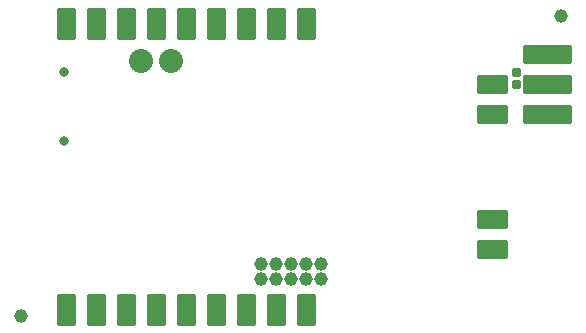
<source format=gbs>
G04 EAGLE Gerber RS-274X export*
G75*
%MOMM*%
%FSLAX34Y34*%
%LPD*%
%INSoldermask Bottom*%
%IPPOS*%
%AMOC8*
5,1,8,0,0,1.08239X$1,22.5*%
G01*
%ADD10C,1.152400*%
%ADD11C,0.264381*%
%ADD12C,2.032000*%
%ADD13C,0.802400*%
%ADD14C,0.255816*%


D10*
X25400Y12700D03*
X482600Y266700D03*
D11*
X70540Y30640D02*
X70540Y6760D01*
X56660Y6760D01*
X56660Y30640D01*
X70540Y30640D01*
X70540Y9272D02*
X56660Y9272D01*
X56660Y11784D02*
X70540Y11784D01*
X70540Y14296D02*
X56660Y14296D01*
X56660Y16808D02*
X70540Y16808D01*
X70540Y19320D02*
X56660Y19320D01*
X56660Y21832D02*
X70540Y21832D01*
X70540Y24344D02*
X56660Y24344D01*
X56660Y26856D02*
X70540Y26856D01*
X70540Y29368D02*
X56660Y29368D01*
X95940Y30640D02*
X95940Y6760D01*
X82060Y6760D01*
X82060Y30640D01*
X95940Y30640D01*
X95940Y9272D02*
X82060Y9272D01*
X82060Y11784D02*
X95940Y11784D01*
X95940Y14296D02*
X82060Y14296D01*
X82060Y16808D02*
X95940Y16808D01*
X95940Y19320D02*
X82060Y19320D01*
X82060Y21832D02*
X95940Y21832D01*
X95940Y24344D02*
X82060Y24344D01*
X82060Y26856D02*
X95940Y26856D01*
X95940Y29368D02*
X82060Y29368D01*
X121340Y30640D02*
X121340Y6760D01*
X107460Y6760D01*
X107460Y30640D01*
X121340Y30640D01*
X121340Y9272D02*
X107460Y9272D01*
X107460Y11784D02*
X121340Y11784D01*
X121340Y14296D02*
X107460Y14296D01*
X107460Y16808D02*
X121340Y16808D01*
X121340Y19320D02*
X107460Y19320D01*
X107460Y21832D02*
X121340Y21832D01*
X121340Y24344D02*
X107460Y24344D01*
X107460Y26856D02*
X121340Y26856D01*
X121340Y29368D02*
X107460Y29368D01*
X146740Y30640D02*
X146740Y6760D01*
X132860Y6760D01*
X132860Y30640D01*
X146740Y30640D01*
X146740Y9272D02*
X132860Y9272D01*
X132860Y11784D02*
X146740Y11784D01*
X146740Y14296D02*
X132860Y14296D01*
X132860Y16808D02*
X146740Y16808D01*
X146740Y19320D02*
X132860Y19320D01*
X132860Y21832D02*
X146740Y21832D01*
X146740Y24344D02*
X132860Y24344D01*
X132860Y26856D02*
X146740Y26856D01*
X146740Y29368D02*
X132860Y29368D01*
X172140Y30640D02*
X172140Y6760D01*
X158260Y6760D01*
X158260Y30640D01*
X172140Y30640D01*
X172140Y9272D02*
X158260Y9272D01*
X158260Y11784D02*
X172140Y11784D01*
X172140Y14296D02*
X158260Y14296D01*
X158260Y16808D02*
X172140Y16808D01*
X172140Y19320D02*
X158260Y19320D01*
X158260Y21832D02*
X172140Y21832D01*
X172140Y24344D02*
X158260Y24344D01*
X158260Y26856D02*
X172140Y26856D01*
X172140Y29368D02*
X158260Y29368D01*
X197540Y30640D02*
X197540Y6760D01*
X183660Y6760D01*
X183660Y30640D01*
X197540Y30640D01*
X197540Y9272D02*
X183660Y9272D01*
X183660Y11784D02*
X197540Y11784D01*
X197540Y14296D02*
X183660Y14296D01*
X183660Y16808D02*
X197540Y16808D01*
X197540Y19320D02*
X183660Y19320D01*
X183660Y21832D02*
X197540Y21832D01*
X197540Y24344D02*
X183660Y24344D01*
X183660Y26856D02*
X197540Y26856D01*
X197540Y29368D02*
X183660Y29368D01*
X222940Y30640D02*
X222940Y6760D01*
X209060Y6760D01*
X209060Y30640D01*
X222940Y30640D01*
X222940Y9272D02*
X209060Y9272D01*
X209060Y11784D02*
X222940Y11784D01*
X222940Y14296D02*
X209060Y14296D01*
X209060Y16808D02*
X222940Y16808D01*
X222940Y19320D02*
X209060Y19320D01*
X209060Y21832D02*
X222940Y21832D01*
X222940Y24344D02*
X209060Y24344D01*
X209060Y26856D02*
X222940Y26856D01*
X222940Y29368D02*
X209060Y29368D01*
X248340Y30640D02*
X248340Y6760D01*
X234460Y6760D01*
X234460Y30640D01*
X248340Y30640D01*
X248340Y9272D02*
X234460Y9272D01*
X234460Y11784D02*
X248340Y11784D01*
X248340Y14296D02*
X234460Y14296D01*
X234460Y16808D02*
X248340Y16808D01*
X248340Y19320D02*
X234460Y19320D01*
X234460Y21832D02*
X248340Y21832D01*
X248340Y24344D02*
X234460Y24344D01*
X234460Y26856D02*
X248340Y26856D01*
X248340Y29368D02*
X234460Y29368D01*
X273740Y30640D02*
X273740Y6760D01*
X259860Y6760D01*
X259860Y30640D01*
X273740Y30640D01*
X273740Y9272D02*
X259860Y9272D01*
X259860Y11784D02*
X273740Y11784D01*
X273740Y14296D02*
X259860Y14296D01*
X259860Y16808D02*
X273740Y16808D01*
X273740Y19320D02*
X259860Y19320D01*
X259860Y21832D02*
X273740Y21832D01*
X273740Y24344D02*
X259860Y24344D01*
X259860Y26856D02*
X273740Y26856D01*
X273740Y29368D02*
X259860Y29368D01*
X56660Y248760D02*
X56660Y272640D01*
X70540Y272640D01*
X70540Y248760D01*
X56660Y248760D01*
X56660Y251272D02*
X70540Y251272D01*
X70540Y253784D02*
X56660Y253784D01*
X56660Y256296D02*
X70540Y256296D01*
X70540Y258808D02*
X56660Y258808D01*
X56660Y261320D02*
X70540Y261320D01*
X70540Y263832D02*
X56660Y263832D01*
X56660Y266344D02*
X70540Y266344D01*
X70540Y268856D02*
X56660Y268856D01*
X56660Y271368D02*
X70540Y271368D01*
X82060Y272640D02*
X82060Y248760D01*
X82060Y272640D02*
X95940Y272640D01*
X95940Y248760D01*
X82060Y248760D01*
X82060Y251272D02*
X95940Y251272D01*
X95940Y253784D02*
X82060Y253784D01*
X82060Y256296D02*
X95940Y256296D01*
X95940Y258808D02*
X82060Y258808D01*
X82060Y261320D02*
X95940Y261320D01*
X95940Y263832D02*
X82060Y263832D01*
X82060Y266344D02*
X95940Y266344D01*
X95940Y268856D02*
X82060Y268856D01*
X82060Y271368D02*
X95940Y271368D01*
X107460Y272640D02*
X107460Y248760D01*
X107460Y272640D02*
X121340Y272640D01*
X121340Y248760D01*
X107460Y248760D01*
X107460Y251272D02*
X121340Y251272D01*
X121340Y253784D02*
X107460Y253784D01*
X107460Y256296D02*
X121340Y256296D01*
X121340Y258808D02*
X107460Y258808D01*
X107460Y261320D02*
X121340Y261320D01*
X121340Y263832D02*
X107460Y263832D01*
X107460Y266344D02*
X121340Y266344D01*
X121340Y268856D02*
X107460Y268856D01*
X107460Y271368D02*
X121340Y271368D01*
X132860Y272640D02*
X132860Y248760D01*
X132860Y272640D02*
X146740Y272640D01*
X146740Y248760D01*
X132860Y248760D01*
X132860Y251272D02*
X146740Y251272D01*
X146740Y253784D02*
X132860Y253784D01*
X132860Y256296D02*
X146740Y256296D01*
X146740Y258808D02*
X132860Y258808D01*
X132860Y261320D02*
X146740Y261320D01*
X146740Y263832D02*
X132860Y263832D01*
X132860Y266344D02*
X146740Y266344D01*
X146740Y268856D02*
X132860Y268856D01*
X132860Y271368D02*
X146740Y271368D01*
X158260Y272640D02*
X158260Y248760D01*
X158260Y272640D02*
X172140Y272640D01*
X172140Y248760D01*
X158260Y248760D01*
X158260Y251272D02*
X172140Y251272D01*
X172140Y253784D02*
X158260Y253784D01*
X158260Y256296D02*
X172140Y256296D01*
X172140Y258808D02*
X158260Y258808D01*
X158260Y261320D02*
X172140Y261320D01*
X172140Y263832D02*
X158260Y263832D01*
X158260Y266344D02*
X172140Y266344D01*
X172140Y268856D02*
X158260Y268856D01*
X158260Y271368D02*
X172140Y271368D01*
X183660Y272640D02*
X183660Y248760D01*
X183660Y272640D02*
X197540Y272640D01*
X197540Y248760D01*
X183660Y248760D01*
X183660Y251272D02*
X197540Y251272D01*
X197540Y253784D02*
X183660Y253784D01*
X183660Y256296D02*
X197540Y256296D01*
X197540Y258808D02*
X183660Y258808D01*
X183660Y261320D02*
X197540Y261320D01*
X197540Y263832D02*
X183660Y263832D01*
X183660Y266344D02*
X197540Y266344D01*
X197540Y268856D02*
X183660Y268856D01*
X183660Y271368D02*
X197540Y271368D01*
X209060Y272640D02*
X209060Y248760D01*
X209060Y272640D02*
X222940Y272640D01*
X222940Y248760D01*
X209060Y248760D01*
X209060Y251272D02*
X222940Y251272D01*
X222940Y253784D02*
X209060Y253784D01*
X209060Y256296D02*
X222940Y256296D01*
X222940Y258808D02*
X209060Y258808D01*
X209060Y261320D02*
X222940Y261320D01*
X222940Y263832D02*
X209060Y263832D01*
X209060Y266344D02*
X222940Y266344D01*
X222940Y268856D02*
X209060Y268856D01*
X209060Y271368D02*
X222940Y271368D01*
X234460Y272640D02*
X234460Y248760D01*
X234460Y272640D02*
X248340Y272640D01*
X248340Y248760D01*
X234460Y248760D01*
X234460Y251272D02*
X248340Y251272D01*
X248340Y253784D02*
X234460Y253784D01*
X234460Y256296D02*
X248340Y256296D01*
X248340Y258808D02*
X234460Y258808D01*
X234460Y261320D02*
X248340Y261320D01*
X248340Y263832D02*
X234460Y263832D01*
X234460Y266344D02*
X248340Y266344D01*
X248340Y268856D02*
X234460Y268856D01*
X234460Y271368D02*
X248340Y271368D01*
X259860Y272640D02*
X259860Y248760D01*
X259860Y272640D02*
X273740Y272640D01*
X273740Y248760D01*
X259860Y248760D01*
X259860Y251272D02*
X273740Y251272D01*
X273740Y253784D02*
X259860Y253784D01*
X259860Y256296D02*
X273740Y256296D01*
X273740Y258808D02*
X259860Y258808D01*
X259860Y261320D02*
X273740Y261320D01*
X273740Y263832D02*
X259860Y263832D01*
X259860Y266344D02*
X273740Y266344D01*
X273740Y268856D02*
X259860Y268856D01*
X259860Y271368D02*
X273740Y271368D01*
X412660Y216640D02*
X436540Y216640D01*
X436540Y202760D01*
X412660Y202760D01*
X412660Y216640D01*
X412660Y205272D02*
X436540Y205272D01*
X436540Y207784D02*
X412660Y207784D01*
X412660Y210296D02*
X436540Y210296D01*
X436540Y212808D02*
X412660Y212808D01*
X412660Y215320D02*
X436540Y215320D01*
X436540Y191240D02*
X412660Y191240D01*
X436540Y191240D02*
X436540Y177360D01*
X412660Y177360D01*
X412660Y191240D01*
X412660Y179872D02*
X436540Y179872D01*
X436540Y182384D02*
X412660Y182384D01*
X412660Y184896D02*
X436540Y184896D01*
X436540Y187408D02*
X412660Y187408D01*
X412660Y189920D02*
X436540Y189920D01*
X436540Y102040D02*
X412660Y102040D01*
X436540Y102040D02*
X436540Y88160D01*
X412660Y88160D01*
X412660Y102040D01*
X412660Y90672D02*
X436540Y90672D01*
X436540Y93184D02*
X412660Y93184D01*
X412660Y95696D02*
X436540Y95696D01*
X436540Y98208D02*
X412660Y98208D01*
X412660Y100720D02*
X436540Y100720D01*
X436540Y76640D02*
X412660Y76640D01*
X436540Y76640D02*
X436540Y62760D01*
X412660Y62760D01*
X412660Y76640D01*
X412660Y65272D02*
X436540Y65272D01*
X436540Y67784D02*
X412660Y67784D01*
X412660Y70296D02*
X436540Y70296D01*
X436540Y72808D02*
X412660Y72808D01*
X412660Y75320D02*
X436540Y75320D01*
D12*
X127000Y228600D03*
X152400Y228600D03*
D13*
X61750Y219400D03*
X61750Y161600D03*
D11*
X490610Y177210D02*
X490610Y191090D01*
X490610Y177210D02*
X451730Y177210D01*
X451730Y191090D01*
X490610Y191090D01*
X490610Y179722D02*
X451730Y179722D01*
X451730Y182234D02*
X490610Y182234D01*
X490610Y184746D02*
X451730Y184746D01*
X451730Y187258D02*
X490610Y187258D01*
X490610Y189770D02*
X451730Y189770D01*
X490610Y202610D02*
X490610Y216490D01*
X490610Y202610D02*
X451730Y202610D01*
X451730Y216490D01*
X490610Y216490D01*
X490610Y205122D02*
X451730Y205122D01*
X451730Y207634D02*
X490610Y207634D01*
X490610Y210146D02*
X451730Y210146D01*
X451730Y212658D02*
X490610Y212658D01*
X490610Y215170D02*
X451730Y215170D01*
X490610Y228010D02*
X490610Y241890D01*
X490610Y228010D02*
X451730Y228010D01*
X451730Y241890D01*
X490610Y241890D01*
X490610Y230522D02*
X451730Y230522D01*
X451730Y233034D02*
X490610Y233034D01*
X490610Y235546D02*
X451730Y235546D01*
X451730Y238058D02*
X490610Y238058D01*
X490610Y240570D02*
X451730Y240570D01*
D14*
X442017Y222113D02*
X442017Y217147D01*
X442017Y222113D02*
X446983Y222113D01*
X446983Y217147D01*
X442017Y217147D01*
X442017Y219577D02*
X446983Y219577D01*
X446983Y222007D02*
X442017Y222007D01*
X442017Y212113D02*
X442017Y207147D01*
X442017Y212113D02*
X446983Y212113D01*
X446983Y207147D01*
X442017Y207147D01*
X442017Y209577D02*
X446983Y209577D01*
X446983Y212007D02*
X442017Y212007D01*
D10*
X241300Y44450D03*
X254000Y44450D03*
X266700Y44450D03*
X279400Y44450D03*
X228600Y44450D03*
X241300Y57150D03*
X254000Y57150D03*
X266700Y57150D03*
X279400Y57150D03*
X228600Y57150D03*
M02*

</source>
